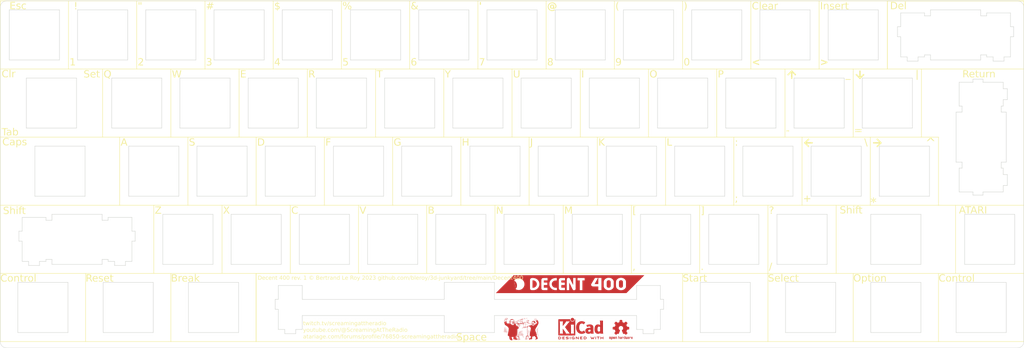
<source format=kicad_pcb>
(kicad_pcb (version 20221018) (generator pcbnew)
  (title_block (title "Decent400 Plate") (date "2023-11-21") (rev "1") (company "Decent Consulting"))
  (layers (0 "F.Cu" signal) (31 "B.Cu" signal) (34 "B.Paste" user) (35 "F.Paste" user) (36 "B.SilkS" user "B.Silkscreen") (37 "F.SilkS" user "F.Silkscreen") (38 "B.Mask" user) (39 "F.Mask" user) (44 "Edge.Cuts" user))
  (net 0 "")
  (footprint "Library:Arrow" (layer "F.Cu") (at 268.64975 63.5055)
    (fp_text reference "REF**" hide)
    (fp_text value "Arrow" hide)
  )
  (footprint "Library:MX-1-00U-Hole" (layer "F.Cu") (at 33.3375 33.3375)
    (fp_text reference "SWEsc1" hide)
    (fp_text value "Esc" hide)
    (fp_line (start -7 -7) (end -7 7) (stroke (width 0.12)) (layer "Edge.Cuts"))
    (fp_line (start -7 -7) (end 7 -7) (stroke (width 0.12)) (layer "Edge.Cuts"))
    (fp_line (start -7 7) (end 7 7) (stroke (width 0.12)) (layer "Edge.Cuts"))
    (fp_line (start 7 -7) (end 7 7) (stroke (width 0.12)) (layer "Edge.Cuts"))
  )
  (footprint "Library:MX-1-00U-Hole" (layer "F.Cu") (at 142.875 71.4375)
    (fp_text reference "SWG1" hide)
    (fp_text value "G" hide)
    (fp_line (start -7 -7) (end -7 7) (stroke (width 0.12)) (layer "Edge.Cuts"))
    (fp_line (start -7 -7) (end 7 -7) (stroke (width 0.12)) (layer "Edge.Cuts"))
    (fp_line (start -7 7) (end 7 7) (stroke (width 0.12)) (layer "Edge.Cuts"))
    (fp_line (start 7 -7) (end 7 7) (stroke (width 0.12)) (layer "Edge.Cuts"))
  )
  (footprint "Library:MX-1-00U-Hole" (layer "F.Cu") (at 228.6 90.4875)
    (fp_text reference "SWPeriod1" hide)
    (fp_text value "Period" hide)
    (fp_line (start -7 -7) (end -7 7) (stroke (width 0.12)) (layer "Edge.Cuts"))
    (fp_line (start -7 -7) (end 7 -7) (stroke (width 0.12)) (layer "Edge.Cuts"))
    (fp_line (start -7 7) (end 7 7) (stroke (width 0.12)) (layer "Edge.Cuts"))
    (fp_line (start 7 -7) (end 7 7) (stroke (width 0.12)) (layer "Edge.Cuts"))
  )
  (footprint "Library:MX-1-00U-Hole" (layer "F.Cu") (at 261.9375 33.3375)
    (fp_text reference "SWGT1" hide)
    (fp_text value "GreaterThan" hide)
    (fp_line (start -7 -7) (end -7 7) (stroke (width 0.12)) (layer "Edge.Cuts"))
    (fp_line (start -7 -7) (end 7 -7) (stroke (width 0.12)) (layer "Edge.Cuts"))
    (fp_line (start -7 7) (end 7 7) (stroke (width 0.12)) (layer "Edge.Cuts"))
    (fp_line (start 7 -7) (end 7 7) (stroke (width 0.12)) (layer "Edge.Cuts"))
  )
  (footprint "Symbol:OSHW-Logo2_7.3x6mm_Copper" (layer "F.Cu") (at 197.09 115.79)
    (fp_text reference "REF**" hide)
    (fp_text value "OSHW-Logo2_7.3x6mm_Copper" hide)
  )
  (footprint "Library:MX-1-00U-Hole" (layer "F.Cu") (at 119.0625 52.3875)
    (fp_text reference "SWR1" hide)
    (fp_text value "R" hide)
    (fp_line (start -7 -7) (end -7 7) (stroke (width 0.12)) (layer "Edge.Cuts"))
    (fp_line (start -7 -7) (end 7 -7) (stroke (width 0.12)) (layer "Edge.Cuts"))
    (fp_line (start -7 7) (end 7 7) (stroke (width 0.12)) (layer "Edge.Cuts"))
    (fp_line (start 7 -7) (end 7 7) (stroke (width 0.12)) (layer "Edge.Cuts"))
  )
  (footprint "Library:MX-1-00U-Hole" (layer "F.Cu") (at 200.025 71.4375)
    (fp_text reference "SWK1" hide)
    (fp_text value "K" hide)
    (fp_line (start -7 -7) (end -7 7) (stroke (width 0.12)) (layer "Edge.Cuts"))
    (fp_line (start -7 -7) (end 7 -7) (stroke (width 0.12)) (layer "Edge.Cuts"))
    (fp_line (start -7 7) (end 7 7) (stroke (width 0.12)) (layer "Edge.Cuts"))
    (fp_line (start 7 -7) (end 7 7) (stroke (width 0.12)) (layer "Edge.Cuts"))
  )
  (footprint "Library:MX-1-00U-Hole" (layer "F.Cu") (at 166.6875 33.3375)
    (fp_text reference "SW7" hide)
    (fp_text value "7" hide)
    (fp_line (start -7 -7) (end -7 7) (stroke (width 0.12)) (layer "Edge.Cuts"))
    (fp_line (start -7 -7) (end 7 -7) (stroke (width 0.12)) (layer "Edge.Cuts"))
    (fp_line (start -7 7) (end 7 7) (stroke (width 0.12)) (layer "Edge.Cuts"))
    (fp_line (start 7 -7) (end 7 7) (stroke (width 0.12)) (layer "Edge.Cuts"))
  )
  (footprint "Library:MX-1-00U-Hole" (layer "F.Cu") (at 95.25 90.4875)
    (fp_text reference "SWX1" hide)
    (fp_text value "X" hide)
    (fp_line (start -7 -7) (end -7 7) (stroke (width 0.12)) (layer "Edge.Cuts"))
    (fp_line (start -7 -7) (end 7 -7) (stroke (width 0.12)) (layer "Edge.Cuts"))
    (fp_line (start -7 7) (end 7 7) (stroke (width 0.12)) (layer "Edge.Cuts"))
    (fp_line (start 7 -7) (end 7 7) (stroke (width 0.12)) (layer "Edge.Cuts"))
  )
  (footprint "Library:MX-1-00U-Hole" (layer "F.Cu") (at 180.975 71.4375)
    (fp_text reference "SWJ1" hide)
    (fp_text value "J" hide)
    (fp_line (start -7 -7) (end -7 7) (stroke (width 0.12)) (layer "Edge.Cuts"))
    (fp_line (start -7 -7) (end 7 -7) (stroke (width 0.12)) (layer "Edge.Cuts"))
    (fp_line (start -7 7) (end 7 7) (stroke (width 0.12)) (layer "Edge.Cuts"))
    (fp_line (start 7 -7) (end 7 7) (stroke (width 0.12)) (layer "Edge.Cuts"))
  )
  (footprint "Library:MX-1-00U-Hole" (layer "F.Cu") (at 204.7875 33.3375)
    (fp_text reference "SW9" hide)
    (fp_text value "9" hide)
    (fp_line (start -7 -7) (end -7 7) (stroke (width 0.12)) (layer "Edge.Cuts"))
    (fp_line (start -7 -7) (end 7 -7) (stroke (width 0.12)) (layer "Edge.Cuts"))
    (fp_line (start -7 7) (end 7 7) (stroke (width 0.12)) (layer "Edge.Cuts"))
    (fp_line (start 7 -7) (end 7 7) (stroke (width 0.12)) (layer "Edge.Cuts"))
  )
  (footprint "Library:MX-1-00U-Hole" (layer "F.Cu") (at 157.1625 52.3875)
    (fp_text reference "SWY1" hide)
    (fp_text value "Y" hide)
    (fp_line (start -7 -7) (end -7 7) (stroke (width 0.12)) (layer "Edge.Cuts"))
    (fp_line (start -7 -7) (end 7 -7) (stroke (width 0.12)) (layer "Edge.Cuts"))
    (fp_line (start -7 7) (end 7 7) (stroke (width 0.12)) (layer "Edge.Cuts"))
    (fp_line (start 7 -7) (end 7 7) (stroke (width 0.12)) (layer "Edge.Cuts"))
  )
  (footprint "Library:MX-1-00U-Hole" (layer "F.Cu") (at 219.075 71.4375)
    (fp_text reference "SWL1" hide)
    (fp_text value "L" hide)
    (fp_line (start -7 -7) (end -7 7) (stroke (width 0.12)) (layer "Edge.Cuts"))
    (fp_line (start -7 -7) (end 7 -7) (stroke (width 0.12)) (layer "Edge.Cuts"))
    (fp_line (start -7 7) (end 7 7) (stroke (width 0.12)) (layer "Edge.Cuts"))
    (fp_line (start 7 -7) (end 7 7) (stroke (width 0.12)) (layer "Edge.Cuts"))
  )
  (footprint "Library:MX-1-00U-Hole" (layer "F.Cu") (at 209.55 90.4875)
    (fp_text reference "SWComma1" hide)
    (fp_text value "Comma" hide)
    (fp_line (start -7 -7) (end -7 7) (stroke (width 0.12)) (layer "Edge.Cuts"))
    (fp_line (start -7 -7) (end 7 -7) (stroke (width 0.12)) (layer "Edge.Cuts"))
    (fp_line (start -7 7) (end 7 7) (stroke (width 0.12)) (layer "Edge.Cuts"))
    (fp_line (start 7 -7) (end 7 7) (stroke (width 0.12)) (layer "Edge.Cuts"))
  )
  (footprint "Library:MX-1-00U-Hole" (layer "F.Cu") (at 114.3 90.4875)
    (fp_text reference "SWC1" hide)
    (fp_text value "C" hide)
    (fp_line (start -7 -7) (end -7 7) (stroke (width 0.12)) (layer "Edge.Cuts"))
    (fp_line (start -7 -7) (end 7 -7) (stroke (width 0.12)) (layer "Edge.Cuts"))
    (fp_line (start -7 7) (end 7 7) (stroke (width 0.12)) (layer "Edge.Cuts"))
    (fp_line (start 7 -7) (end 7 7) (stroke (width 0.12)) (layer "Edge.Cuts"))
  )
  (footprint "Library:MX-1-00U-Hole" (layer "F.Cu") (at 133.35 90.4875)
    (fp_text reference "SWV1" hide)
    (fp_text value "V" hide)
    (fp_line (start -7 -7) (end -7 7) (stroke (width 0.12)) (layer "Edge.Cuts"))
    (fp_line (start -7 -7) (end 7 -7) (stroke (width 0.12)) (layer "Edge.Cuts"))
    (fp_line (start -7 7) (end 7 7) (stroke (width 0.12)) (layer "Edge.Cuts"))
    (fp_line (start 7 -7) (end 7 7) (stroke (width 0.12)) (layer "Edge.Cuts"))
  )
  (footprint "Library:MX-1-25U-Hole" (layer "F.Cu") (at 59.53123 109.5375)
    (fp_text reference "SWReset1" hide)
    (fp_text value "Reset" hide)
    (fp_line (start -7 -7) (end -7 7) (stroke (width 0.12)) (layer "Edge.Cuts"))
    (fp_line (start -7 -7) (end 7 -7) (stroke (width 0.12)) (layer "Edge.Cuts"))
    (fp_line (start -7 7) (end 7 7) (stroke (width 0.12)) (layer "Edge.Cuts"))
    (fp_line (start 7 -7) (end 7 7) (stroke (width 0.12)) (layer "Edge.Cuts"))
  )
  (footprint "Library:MX-1-00U-Hole" (layer "F.Cu") (at 71.4375 33.3375)
    (fp_text reference "SW2" hide)
    (fp_text value "2" hide)
    (fp_line (start -7 -7) (end -7 7) (stroke (width 0.12)) (layer "Edge.Cuts"))
    (fp_line (start -7 -7) (end 7 -7) (stroke (width 0.12)) (layer "Edge.Cuts"))
    (fp_line (start -7 7) (end 7 7) (stroke (width 0.12)) (layer "Edge.Cuts"))
    (fp_line (start 7 -7) (end 7 7) (stroke (width 0.12)) (layer "Edge.Cuts"))
  )
  (footprint "Library:MX-1-00U-Hole" (layer "F.Cu") (at 66.675 71.4375)
    (fp_text reference "SWA1" hide)
    (fp_text value "A" hide)
    (fp_line (start -7 -7) (end -7 7) (stroke (width 0.12)) (layer "Edge.Cuts"))
    (fp_line (start -7 -7) (end 7 -7) (stroke (width 0.12)) (layer "Edge.Cuts"))
    (fp_line (start -7 7) (end 7 7) (stroke (width 0.12)) (layer "Edge.Cuts"))
    (fp_line (start 7 -7) (end 7 7) (stroke (width 0.12)) (layer "Edge.Cuts"))
  )
  (footprint "Library:Arrow" (layer "F.Cu") (at 249.47275 63.5055 180)
    (fp_text reference "REF**" hide)
    (fp_text value "Arrow" hide)
  )
  (footprint "Library:MX-1-00U-Hole" (layer "F.Cu") (at 195.2625 52.3875)
    (fp_text reference "SWI1" hide)
    (fp_text value "I" hide)
    (fp_line (start -7 -7) (end -7 7) (stroke (width 0.12)) (layer "Edge.Cuts"))
    (fp_line (start -7 -7) (end 7 -7) (stroke (width 0.12)) (layer "Edge.Cuts"))
    (fp_line (start -7 7) (end 7 7) (stroke (width 0.12)) (layer "Edge.Cuts"))
    (fp_line (start 7 -7) (end 7 7) (stroke (width 0.12)) (layer "Edge.Cuts"))
  )
  (footprint "Library:MX-1-00U-Hole" (layer "F.Cu") (at 223.8375 33.3375)
    (fp_text reference "SW0" hide)
    (fp_text value "0" hide)
    (fp_line (start -7 -7) (end -7 7) (stroke (width 0.12)) (layer "Edge.Cuts"))
    (fp_line (start -7 -7) (end 7 -7) (stroke (width 0.12)) (layer "Edge.Cuts"))
    (fp_line (start -7 7) (end 7 7) (stroke (width 0.12)) (layer "Edge.Cuts"))
    (fp_line (start 7 -7) (end 7 7) (stroke (width 0.12)) (layer "Edge.Cuts"))
  )
  (footprint "Library:MX-1-25U-Hole" (layer "F.Cu") (at 35.71875 109.5375)
    (fp_text reference "SWCtl1" hide)
    (fp_text value "Control" hide)
    (fp_line (start -7 -7) (end -7 7) (stroke (width 0.12)) (layer "Edge.Cuts"))
    (fp_line (start -7 -7) (end 7 -7) (stroke (width 0.12)) (layer "Edge.Cuts"))
    (fp_line (start -7 7) (end 7 7) (stroke (width 0.12)) (layer "Edge.Cuts"))
    (fp_line (start 7 -7) (end 7 7) (stroke (width 0.12)) (layer "Edge.Cuts"))
  )
  (footprint "Library:MX-2-00U-Hole" (layer "F.Cu") (at 290.5125 33.3375)
    (fp_text reference "SWDel1" hide)
    (fp_text value "Del")
    (fp_line (start -16.2164 -2.286) (end -16.2164 0.508) (stroke (width 0.12)) (layer "Edge.Cuts"))
    (fp_line (start -15.33 -6.1468) (end -15.33 -2.286) (stroke (width 0.12)) (layer "Edge.Cuts"))
    (fp_line (start -15.33 -2.286) (end -16.2164 -2.286) (stroke (width 0.12)) (layer "Edge.Cuts"))
    (fp_line (start -15.33 0.508) (end -16.2164 0.508) (stroke (width 0.12)) (layer "Edge.Cuts"))
    (fp_line (start -15.33 0.508) (end -15.33 6.1468) (stroke (width 0.12)) (layer "Edge.Cuts"))
    (fp_line (start -13.524 6.1468) (end -15.33 6.1468) (stroke (width 0.12)) (layer "Edge.Cuts"))
    (fp_line (start -13.524 6.1468) (end -13.524 7.3152) (stroke (width 0.12)) (layer "Edge.Cuts"))
    (fp_line (start -10.476 6.1468) (end -10.476 7.3152) (stroke (width 0.12)) (layer "Edge.Cuts"))
    (fp_line (start -10.476 7.3152) (end -13.524 7.3152) (stroke (width 0.12)) (layer "Edge.Cuts"))
    (fp_line (start -8.67 -6.1468) (end -15.33 -6.1468) (stroke (width 0.12)) (layer "Edge.Cuts"))
    (fp_line (start -8.67 -6.1468) (end -8.67 -5.334) (stroke (width 0.12)) (layer "Edge.Cuts"))
    (fp_line (start -8.67 -5.334) (end -7 -5.334) (stroke (width 0.12)) (layer "Edge.Cuts"))
    (fp_line (start -8.67 5.588) (end -7 5.588) (stroke (width 0.12)) (layer "Edge.Cuts"))
    (fp_line (start -8.67 6.1468) (end -10.476 6.1468) (stroke (width 0.12)) (layer "Edge.Cuts"))
    (fp_line (start -8.67 6.1468) (end -8.67 5.588) (stroke (width 0.12)) (layer "Edge.Cuts"))
    (fp_line (start -7 -7) (end -7 -5.334) (stroke (width 0.12)) (layer "Edge.Cuts"))
    (fp_line (start -7 -7) (end 7 -7) (stroke (width 0.12)) (layer "Edge.Cuts"))
    (fp_line (start -7 7) (end -7 5.588) (stroke (width 0.12)) (layer "Edge.Cuts"))
    (fp_line (start -7 7) (end 7 7) (stroke (width 0.12)) (layer "Edge.Cuts"))
    (fp_line (start 7 -7) (end 7 -5.334) (stroke (width 0.12)) (layer "Edge.Cuts"))
    (fp_line (start 7 7) (end 7 5.588) (stroke (width 0.12)) (layer "Edge.Cuts"))
    (fp_line (start 8.67 -6.1468) (end 8.67 -5.334) (stroke (width 0.12)) (layer "Edge.Cuts"))
    (fp_line (start 8.67 -6.1468) (end 15.33 -6.1468) (stroke (width 0.12)) (layer "Edge.Cuts"))
    (fp_line (start 8.67 -5.334) (end 7 -5.334) (stroke (width 0.12)) (layer "Edge.Cuts"))
    (fp_line (start 8.67 5.588) (end 7 5.588) (stroke (width 0.12)) (layer "Edge.Cuts"))
    (fp_line (start 8.67 6.1468) (end 8.67 5.588) (stroke (width 0.12)) (layer "Edge.Cuts"))
    (fp_line (start 8.67 6.1468) (end 10.476 6.1468) (stroke (width 0.12)) (layer "Edge.Cuts"))
    (fp_line (start 10.476 6.1468) (end 10.476 7.3152) (stroke (width 0.12)) (layer "Edge.Cuts"))
    (fp_line (start 10.476 7.3152) (end 13.524 7.3152) (stroke (width 0.12)) (layer "Edge.Cuts"))
    (fp_line (start 13.524 6.1468) (end 13.524 7.3152) (stroke (width 0.12)) (layer "Edge.Cuts"))
    (fp_line (start 13.524 6.1468) (end 15.33 6.1468) (stroke (width 0.12)) (layer "Edge.Cuts"))
    (fp_line (start 15.33 -6.1468) (end 15.33 -2.286) (stroke (width 0.12)) (layer "Edge.Cuts"))
    (fp_line (start 15.33 -2.286) (end 16.2164 -2.286) (stroke (width 0.12)) (layer "Edge.Cuts"))
    (fp_line (start 15.33 0.508) (end 15.33 6.1468) (stroke (width 0.12)) (layer "Edge.Cuts"))
    (fp_line (start 15.33 0.508) (end 16.2164 0.508) (stroke (width 0.12)) (layer "Edge.Cuts"))
    (fp_line (start 16.2164 -2.286) (end 16.2164 0.508) (stroke (width 0.12)) (layer "Edge.Cuts"))
  )
  (footprint "Library:MX-1-00U-Hole" (layer "F.Cu") (at 138.1125 52.3875)
    (fp_text reference "SWT1" hide)
    (fp_text value "T" hide)
    (fp_line (start -7 -7) (end -7 7) (stroke (width 0.12)) (layer "Edge.Cuts"))
    (fp_line (start -7 -7) (end 7 -7) (stroke (width 0.12)) (layer "Edge.Cuts"))
    (fp_line (start -7 7) (end 7 7) (stroke (width 0.12)) (layer "Edge.Cuts"))
    (fp_line (start 7 -7) (end 7 7) (stroke (width 0.12)) (layer "Edge.Cuts"))
  )
  (footprint "Library:MX-1-00U-Hole" (layer "F.Cu") (at 176.2125 52.3875)
    (fp_text reference "SWU1" hide)
    (fp_text value "U" hide)
    (fp_line (start -7 -7) (end -7 7) (stroke (width 0.12)) (layer "Edge.Cuts"))
    (fp_line (start -7 -7) (end 7 -7) (stroke (width 0.12)) (layer "Edge.Cuts"))
    (fp_line (start -7 7) (end 7 7) (stroke (width 0.12)) (layer "Edge.Cuts"))
    (fp_line (start 7 -7) (end 7 7) (stroke (width 0.12)) (layer "Edge.Cuts"))
  )
  (footprint "Library:MX-2-25U-Hole" (layer "F.Cu") (at 45.24375 90.4875)
    (fp_text reference "SWLeftSft1" hide)
    (fp_text value "Shift")
    (fp_line (start -16.2164 -2.286) (end -16.2164 0.508) (stroke (width 0.12)) (layer "Edge.Cuts"))
    (fp_line (start -15.33 -6.1468) (end -15.33 -2.286) (stroke (width 0.12)) (layer "Edge.Cuts"))
    (fp_line (start -15.33 -2.286) (end -16.2164 -2.286) (stroke (width 0.12)) (layer "Edge.Cuts"))
    (fp_line (start -15.33 0.508) (end -16.2164 0.508) (stroke (width 0.12)) (layer "Edge.Cuts"))
    (fp_line (start -15.33 0.508) (end -15.33 6.1468) (stroke (width 0.12)) (layer "Edge.Cuts"))
    (fp_line (start -13.524 6.1468) (end -15.33 6.1468) (stroke (width 0.12)) (layer "Edge.Cuts"))
    (fp_line (start -13.524 6.1468) (end -13.524 7.3152) (stroke (width 0.12)) (layer "Edge.Cuts"))
    (fp_line (start -10.476 6.1468) (end -10.476 7.3152) (stroke (width 0.12)) (layer "Edge.Cuts"))
    (fp_line (start -10.476 7.3152) (end -13.524 7.3152) (stroke (width 0.12)) (layer "Edge.Cuts"))
    (fp_line (start -8.67 -6.1468) (end -15.33 -6.1468) (stroke (width 0.12)) (layer "Edge.Cuts"))
    (fp_line (start -8.67 -6.1468) (end -8.67 -5.334) (stroke (width 0.12)) (layer "Edge.Cuts"))
    (fp_line (start -8.67 -5.334) (end -7 -5.334) (stroke (width 0.12)) (layer "Edge.Cuts"))
    (fp_line (start -8.67 5.588) (end -7 5.588) (stroke (width 0.12)) (layer "Edge.Cuts"))
    (fp_line (start -8.67 6.1468) (end -10.476 6.1468) (stroke (width 0.12)) (layer "Edge.Cuts"))
    (fp_line (start -8.67 6.1468) (end -8.67 5.588) (stroke (width 0.12)) (layer "Edge.Cuts"))
    (fp_line (start -7 -7) (end -7 -5.334) (stroke (width 0.12)) (layer "Edge.Cuts"))
    (fp_line (start -7 -7) (end 7 -7) (stroke (width 0.12)) (layer "Edge.Cuts"))
    (fp_line (start -7 7) (end -7 5.588) (stroke (width 0.12)) (layer "Edge.Cuts"))
    (fp_line (start -7 7) (end 7 7) (stroke (width 0.12)) (layer "Edge.Cuts"))
    (fp_line (start 7 -7) (end 7 -5.334) (stroke (width 0.12)) (layer "Edge.Cuts"))
    (fp_line (start 7 7) (end 7 5.588) (stroke (width 0.12)) (layer "Edge.Cuts"))
    (fp_line (start 8.67 -6.1468) (end 8.67 -5.334) (stroke (width 0.12)) (layer "Edge.Cuts"))
    (fp_line (start 8.67 -6.1468) (end 15.33 -6.1468) (stroke (width 0.12)) (layer "Edge.Cuts"))
    (fp_line (start 8.67 -5.334) (end 7 -5.334) (stroke (width 0.12)) (layer "Edge.Cuts"))
    (fp_line (start 8.67 5.588) (end 7 5.588) (stroke (width 0.12)) (layer "Edge.Cuts"))
    (fp_line (start 8.67 6.1468) (end 8.67 5.588) (stroke (width 0.12)) (layer "Edge.Cuts"))
    (fp_line (start 8.67 6.1468) (end 10.476 6.1468) (stroke (width 0.12)) (layer "Edge.Cuts"))
    (fp_line (start 10.476 6.1468) (end 10.476 7.3152) (stroke (width 0.12)) (layer "Edge.Cuts"))
    (fp_line (start 10.476 7.3152) (end 13.524 7.3152) (stroke (width 0.12)) (layer "Edge.Cuts"))
    (fp_line (start 13.524 6.1468) (end 13.524 7.3152) (stroke (width 0.12)) (layer "Edge.Cuts"))
    (fp_line (start 13.524 6.1468) (end 15.33 6.1468) (stroke (width 0.12)) (layer "Edge.Cuts"))
    (fp_line (start 15.33 -6.1468) (end 15.33 -2.286) (stroke (width 0.12)) (layer "Edge.Cuts"))
    (fp_line (start 15.33 -2.286) (end 16.2164 -2.286) (stroke (width 0.12)) (layer "Edge.Cuts"))
    (fp_line (start 15.33 0.508) (end 15.33 6.1468) (stroke (width 0.12)) (layer "Edge.Cuts"))
    (fp_line (start 15.33 0.508) (end 16.2164 0.508) (stroke (width 0.12)) (layer "Edge.Cuts"))
    (fp_line (start 16.2164 -2.286) (end 16.2164 0.508) (stroke (width 0.12)) (layer "Edge.Cuts"))
  )
  (footprint "Library:MX-1-00U-Hole" (layer "F.Cu") (at 100.0125 52.3875)
    (fp_text reference "SWE1" hide)
    (fp_text value "E" hide)
    (fp_line (start -7 -7) (end -7 7) (stroke (width 0.12)) (layer "Edge.Cuts"))
    (fp_line (start -7 -7) (end 7 -7) (stroke (width 0.12)) (layer "Edge.Cuts"))
    (fp_line (start -7 7) (end 7 7) (stroke (width 0.12)) (layer "Edge.Cuts"))
    (fp_line (start 7 -7) (end 7 7) (stroke (width 0.12)) (layer "Edge.Cuts"))
  )
  (footprint "Library:MX-1-00U-Hole" (layer "F.Cu") (at 128.5875 33.3375)
    (fp_text reference "SW5" hide)
    (fp_text value "5" hide)
    (fp_line (start -7 -7) (end -7 7) (stroke (width 0.12)) (layer "Edge.Cuts"))
    (fp_line (start -7 -7) (end 7 -7) (stroke (width 0.12)) (layer "Edge.Cuts"))
    (fp_line (start -7 7) (end 7 7) (stroke (width 0.12)) (layer "Edge.Cuts"))
    (fp_line (start 7 -7) (end 7 7) (stroke (width 0.12)) (layer "Edge.Cuts"))
  )
  (footprint "Library:MX-1-00U-Hole" (layer "F.Cu") (at 276.225 71.4375)
    (fp_text reference "SWStar1" hide)
    (fp_text value "Star" hide)
    (fp_line (start -7 -7) (end -7 7) (stroke (width 0.12)) (layer "Edge.Cuts"))
    (fp_line (start -7 -7) (end 7 -7) (stroke (width 0.12)) (layer "Edge.Cuts"))
    (fp_line (start -7 7) (end 7 7) (stroke (width 0.12)) (layer "Edge.Cuts"))
    (fp_line (start 7 -7) (end 7 7) (stroke (width 0.12)) (layer "Edge.Cuts"))
  )
  (footprint "Library:MX-1-00U-Hole" (layer "F.Cu") (at 190.5 90.4875)
    (fp_text reference "SWM1" hide)
    (fp_text value "M" hide)
    (fp_line (start -7 -7) (end -7 7) (stroke (width 0.12)) (layer "Edge.Cuts"))
    (fp_line (start -7 -7) (end 7 -7) (stroke (width 0.12)) (layer "Edge.Cuts"))
    (fp_line (start -7 7) (end 7 7) (stroke (width 0.12)) (layer "Edge.Cuts"))
    (fp_line (start 7 -7) (end 7 7) (stroke (width 0.12)) (layer "Edge.Cuts"))
  )
  (footprint "Library:MX-1-00U-Hole" (layer "F.Cu") (at 123.825 71.4375)
    (fp_text reference "SWF1" hide)
    (fp_text value "F" hide)
    (fp_line (start -7 -7) (end -7 7) (stroke (width 0.12)) (layer "Edge.Cuts"))
    (fp_line (start -7 -7) (end 7 -7) (stroke (width 0.12)) (layer "Edge.Cuts"))
    (fp_line (start -7 7) (end 7 7) (stroke (width 0.12)) (layer "Edge.Cuts"))
    (fp_line (start 7 -7) (end 7 7) (stroke (width 0.12)) (layer "Edge.Cuts"))
  )
  (footprint "Library:Arrow" (layer "F.Cu") (at 263.82375 44.4555 -90)
    (fp_text reference "REF**" hide)
    (fp_text value "Arrow" hide)
  )
  (footprint "Library:MX-1-25U-Hole" (layer "F.Cu") (at 83.34377 109.5375)
    (fp_text reference "SWBrk1" hide)
    (fp_text value "Break" hide)
    (fp_line (start -7 -7) (end -7 7) (stroke (width 0.12)) (layer "Edge.Cuts"))
    (fp_line (start -7 -7) (end 7 -7) (stroke (width 0.12)) (layer "Edge.Cuts"))
    (fp_line (start -7 7) (end 7 7) (stroke (width 0.12)) (layer "Edge.Cuts"))
    (fp_line (start 7 -7) (end 7 7) (stroke (width 0.12)) (layer "Edge.Cuts"))
  )
  (footprint "Library:MX-1-00U-Hole" (layer "F.Cu") (at 90.4875 33.3375)
    (fp_text reference "SW3" hide)
    (fp_text value "3" hide)
    (fp_line (start -7 -7) (end -7 7) (stroke (width 0.12)) (layer "Edge.Cuts"))
    (fp_line (start -7 -7) (end 7 -7) (stroke (width 0.12)) (layer "Edge.Cuts"))
    (fp_line (start -7 7) (end 7 7) (stroke (width 0.12)) (layer "Edge.Cuts"))
    (fp_line (start 7 -7) (end 7 7) (stroke (width 0.12)) (layer "Edge.Cuts"))
  )
  (footprint "Symbol:KiCad-Logo2_5mm_Copper" (layer "F.Cu") (at 185.89 115.42)
    (fp_text reference "REF**" hide)
    (fp_text value "KiCad-Logo2_5mm_Copper" hide)
  )
  (footprint "Library:MX-1-50U-Hole" (layer "F.Cu") (at 38.1 52.3875)
    (fp_text reference "SWTab1" hide)
    (fp_text value "Tab")
    (fp_line (start -7 -7) (end -7 7) (stroke (width 0.12)) (layer "Edge.Cuts"))
    (fp_line (start -7 -7) (end 7 -7) (stroke (width 0.12)) (layer "Edge.Cuts"))
    (fp_line (start -7 7) (end 7 7) (stroke (width 0.12)) (layer "Edge.Cuts"))
    (fp_line (start 7 -7) (end 7 7) (stroke (width 0.12)) (layer "Edge.Cuts"))
  )
  (footprint "Library:MX-1-00U-Hole" (layer "F.Cu") (at 257.175 71.4375)
    (fp_text reference "SWPlus1" hide)
    (fp_text value "Plus" hide)
    (fp_line (start -7 -7) (end -7 7) (stroke (width 0.12)) (layer "Edge.Cuts"))
    (fp_line (start -7 -7) (end 7 -7) (stroke (width 0.12)) (layer "Edge.Cuts"))
    (fp_line (start -7 7) (end 7 7) (stroke (width 0.12)) (layer "Edge.Cuts"))
    (fp_line (start 7 -7) (end 7 7) (stroke (width 0.12)) (layer "Edge.Cuts"))
  )
  (footprint "LOGO" (layer "F.Cu") (at 169.24 114.97)
    (fp_text reference "G***" hide)
    (fp_text value "LOGOGO" hide)
  )
  (footprint "Library:MX-1-00U-Hole" (layer "F.Cu") (at 242.8875 33.3375)
    (fp_text reference "SWLT1" hide)
    (fp_text value "LessThan" hide)
    (fp_line (start -7 -7) (end -7 7) (stroke (width 0.12)) (layer "Edge.Cuts"))
    (fp_line (start -7 -7) (end 7 -7) (stroke (width 0.12)) (layer "Edge.Cuts"))
    (fp_line (start -7 7) (end 7 7) (stroke (width 0.12)) (layer "Edge.Cuts"))
    (fp_line (start 7 -7) (end 7 7) (stroke (width 0.12)) (layer "Edge.Cuts"))
  )
  (footprint "Library:MX-1-00U-Hole" (layer "F.Cu") (at 185.7375 33.3375)
    (fp_text reference "SW8" hide)
    (fp_text value "8" hide)
    (fp_line (start -7 -7) (end -7 7) (stroke (width 0.12)) (layer "Edge.Cuts"))
    (fp_line (start -7 -7) (end 7 -7) (stroke (width 0.12)) (layer "Edge.Cuts"))
    (fp_line (start -7 7) (end 7 7) (stroke (width 0.12)) (layer "Edge.Cuts"))
    (fp_line (start 7 -7) (end 7 7) (stroke (width 0.12)) (layer "Edge.Cuts"))
  )
  (footprint "Library:MX-1-00U-Hole" (layer "F.Cu") (at 238.125 71.4375)
    (fp_text reference "SWSemi1" hide)
    (fp_text value "Semicolon" hide)
    (fp_line (start -7 -7) (end -7 7) (stroke (width 0.12)) (layer "Edge.Cuts"))
    (fp_line (start -7 -7) (end 7 -7) (stroke (width 0.12)) (layer "Edge.Cuts"))
    (fp_line (start -7 7) (end 7 7) (stroke (width 0.12)) (layer "Edge.Cuts"))
    (fp_line (start 7 -7) (end 7 7) (stroke (width 0.12)) (layer "Edge.Cuts"))
  )
  (footprint "Library:MX-1-00U-Hole" (layer "F.Cu") (at 300.0375 90.4875)
    (fp_text reference "SWInv1" hide)
    (fp_text value "Atari" hide)
    (fp_line (start -7 -7) (end -7 7) (stroke (width 0.12)) (layer "Edge.Cuts"))
    (fp_line (start -7 -7) (end 7 -7) (stroke (width 0.12)) (layer "Edge.Cuts"))
    (fp_line (start -7 7) (end 7 7) (stroke (width 0.12)) (layer "Edge.Cuts"))
    (fp_line (start 7 -7) (end 7 7) (stroke (width 0.12)) (layer "Edge.Cuts"))
  )
  (footprint "Library:MX-1-25U-Hole" (layer "F.Cu") (at 297.65625 109.5375)
    (fp_text reference "SWCtl2" hide)
    (fp_text value "Control" hide)
    (fp_line (start -7 -7) (end -7 7) (stroke (width 0.12)) (layer "Edge.Cuts"))
    (fp_line (start -7 -7) (end 7 -7) (stroke (width 0.12)) (layer "Edge.Cuts"))
    (fp_line (start -7 7) (end 7 7) (stroke (width 0.12)) (layer "Edge.Cuts"))
    (fp_line (start 7 -7) (end 7 7) (stroke (width 0.12)) (layer "Edge.Cuts"))
  )
  (footprint "Library:MX-1-25U-Hole" (layer "F.Cu") (at 226.21875 109.5375)
    (fp_text reference "SWStart1" hide)
    (fp_text value "Start" hide)
    (fp_line (start -7 -7) (end -7 7) (stroke (width 0.12)) (layer "Edge.Cuts"))
    (fp_line (start -7 -7) (end 7 -7) (stroke (width 0.12)) (layer "Edge.Cuts"))
    (fp_line (start -7 7) (end 7 7) (stroke (width 0.12)) (layer "Edge.Cuts"))
    (fp_line (start 7 -7) (end 7 7) (stroke (width 0.12)) (layer "Edge.Cuts"))
  )
  (footprint "Library:MX-1-00U-Hole" (layer "F.Cu") (at 80.9625 52.3875)
    (fp_text reference "SWW1" hide)
    (fp_text value "W" hide)
    (fp_line (start -7 -7) (end -7 7) (stroke (width 0.12)) (layer "Edge.Cuts"))
    (fp_line (start -7 -7) (end 7 -7) (stroke (width 0.12)) (layer "Edge.Cuts"))
    (fp_line (start -7 7) (end 7 7) (stroke (width 0.12)) (layer "Edge.Cuts"))
    (fp_line (start 7 -7) (end 7 7) (stroke (width 0.12)) (layer "Edge.Cuts"))
  )
  (footprint "Library:MX-1-25U-Hole" (layer "F.Cu") (at 250.03125 109.5375)
    (fp_text reference "SWSelect1" hide)
    (fp_text value "Select" hide)
    (fp_line (start -7 -7) (end -7 7) (stroke (width 0.12)) (layer "Edge.Cuts"))
    (fp_line (start -7 -7) (end 7 -7) (stroke (width 0.12)) (layer "Edge.Cuts"))
    (fp_line (start -7 7) (end 7 7) (stroke (width 0.12)) (layer "Edge.Cuts"))
    (fp_line (start 7 -7) (end 7 7) (stroke (width 0.12)) (layer "Edge.Cuts"))
  )
  (footprint "Library:MX-1-00U-Hole" (layer "F.Cu") (at 171.45 90.4875)
    (fp_text reference "SWN1" hide)
    (fp_text value "N" hide)
    (fp_line (start -7 -7) (end -7 7) (stroke (width 0.12)) (layer "Edge.Cuts"))
    (fp_line (start -7 -7) (end 7 -7) (stroke (width 0.12)) (layer "Edge.Cuts"))
    (fp_line (start -7 7) (end 7 7) (stroke (width 0.12)) (layer "Edge.Cuts"))
    (fp_line (start 7 -7) (end 7 7) (stroke (width 0.12)) (layer "Edge.Cuts"))
  )
  (footprint "Library:MX-1-00U-Hole" (layer "F.Cu") (at 52.3875 33.3375)
    (fp_text reference "SW1" hide)
    (fp_text value "1" hide)
    (fp_line (start -7 -7) (end -7 7) (stroke (width 0.12)) (layer "Edge.Cuts"))
    (fp_line (start -7 -7) (end 7 -7) (stroke (width 0.12)) (layer "Edge.Cuts"))
    (fp_line (start -7 7) (end 7 7) (stroke (width 0.12)) (layer "Edge.Cuts"))
    (fp_line (start 7 -7) (end 7 7) (stroke (width 0.12)) (layer "Edge.Cuts"))
  )
  (footprint "Library:Arrow" (layer "F.Cu") (at 244.77375 44.4555 90)
    (fp_text reference "REF**" hide)
    (fp_text value "Arrow" hide)
  )
  (footprint "Library:MX-1-75U-Hole" (layer "F.Cu") (at 40.48125 71.4375)
    (fp_text reference "SWCps1" hide)
    (fp_text value "Caps")
    (fp_line (start -7 -7) (end -7 7) (stroke (width 0.12)) (layer "Edge.Cuts"))
    (fp_line (start -7 -7) (end 7 -7) (stroke (width 0.12)) (layer "Edge.Cuts"))
    (fp_line (start -7 7) (end 7 7) (stroke (width 0.12)) (layer "Edge.Cuts"))
    (fp_line (start 7 -7) (end 7 7) (stroke (width 0.12)) (layer "Edge.Cuts"))
  )
  (footprint "Library:MX-1-00U-Hole" (layer "F.Cu") (at 61.9125 52.3875)
    (fp_text reference "SWQ1" hide)
    (fp_text value "Q" hide)
    (fp_line (start -7 -7) (end -7 7) (stroke (width 0.12)) (layer "Edge.Cuts"))
    (fp_line (start -7 -7) (end 7 -7) (stroke (width 0.12)) (layer "Edge.Cuts"))
    (fp_line (start -7 7) (end 7 7) (stroke (width 0.12)) (layer "Edge.Cuts"))
    (fp_line (start 7 -7) (end 7 7) (stroke (width 0.12)) (layer "Edge.Cuts"))
  )
  (footprint "Library:MX-1-00U-Hole" (layer "F.Cu") (at 147.6375 33.3375)
    (fp_text reference "SW6" hide)
    (fp_text value "6" hide)
    (fp_line (start -7 -7) (end -7 7) (stroke (width 0.12)) (layer "Edge.Cuts"))
    (fp_line (start -7 -7) (end 7 -7) (stroke (width 0.12)) (layer "Edge.Cuts"))
    (fp_line (start -7 7) (end 7 7) (stroke (width 0.12)) (layer "Edge.Cuts"))
    (fp_line (start 7 -7) (end 7 7) (stroke (width 0.12)) (layer "Edge.Cuts"))
  )
  (footprint "Library:MX-1-00U-Hole" (layer "F.Cu") (at 104.775 71.4375)
    (fp_text reference "SWD1" hide)
    (fp_text value "D" hide)
    (fp_line (start -7 -7) (end -7 7) (stroke (width 0.12)) (layer "Edge.Cuts"))
    (fp_line (start -7 -7) (end 7 -7) (stroke (width 0.12)) (layer "Edge.Cuts"))
    (fp_line (start -7 7) (end 7 7) (stroke (width 0.12)) (layer "Edge.Cuts"))
    (fp_line (start 7 -7) (end 7 7) (stroke (width 0.12)) (layer "Edge.Cuts"))
  )
  (footprint "Library:MX-6-25U-Hole" (layer "F.Cu") (at 154.775 109.5375)
    (fp_text reference "SWSpc1" hide)
    (fp_text value "Space")
    (fp_line (start -54.2164 -2.286) (end -54.2164 0.508) (stroke (width 0.12)) (layer "Edge.Cuts"))
    (fp_line (start -53.33 -6.1468) (end -53.33 -2.286) (stroke (width 0.12)) (layer "Edge.Cuts"))
    (fp_line (start -53.33 -2.286) (end -54.2164 -2.286) (stroke (width 0.12)) (layer "Edge.Cuts"))
    (fp_line (start -53.33 0.508) (end -54.2164 0.508) (stroke (width 0.12)) (layer "Edge.Cuts"))
    (fp_line (start -53.33 0.508) (end -53.33 6.1468) (stroke (width 0.12)) (layer "Edge.Cuts"))
    (fp_line (start -51.524 6.1468) (end -53.33 6.1468) (stroke (width 0.12)) (layer "Edge.Cuts"))
    (fp_line (start -51.524 6.1468) (end -51.524 7.3152) (stroke (width 0.12)) (layer "Edge.Cuts"))
    (fp_line (start -48.476 6.1468) (end -48.476 7.3152) (stroke (width 0.12)) (layer "Edge.Cuts"))
    (fp_line (start -48.476 7.3152) (end -51.524 7.3152) (stroke (width 0.12)) (layer "Edge.Cuts"))
    (fp_line (start -46.67 -6.1468) (end -53.33 -6.1468) (stroke (width 0.12)) (layer "Edge.Cuts"))
    (fp_line (start -46.67 -6.1468) (end -46.67 -2.25) (stroke (width 0.12)) (layer "Edge.Cuts"))
    (fp_line (start -46.67 -2.25) (end -7 -2.25) (stroke (width 0.12)) (layer "Edge.Cuts"))
    (fp_line (start -46.67 2.25) (end -7 2.25) (stroke (width 0.12)) (layer "Edge.Cuts"))
    (fp_line (start -46.67 6.1468) (end -48.476 6.1468) (stroke (width 0.12)) (layer "Edge.Cuts"))
    (fp_line (start -46.67 6.1468) (end -46.67 2.25) (stroke (width 0.12)) (layer "Edge.Cuts"))
    (fp_line (start -7 -7) (end -7 -2.25) (stroke (width 0.12)) (layer "Edge.Cuts"))
    (fp_line (start -7 -7) (end 7 -7) (stroke (width 0.12)) (layer "Edge.Cuts"))
    (fp_line (start -7 7) (end -7 2.25) (stroke (width 0.12)) (layer "Edge.Cuts"))
    (fp_line (start -7 7) (end 7 7) (stroke (width 0.12)) (layer "Edge.Cuts"))
    (fp_line (start 7 -7) (end 7 -2.25) (stroke (width 0.12)) (layer "Edge.Cuts"))
    (fp_line (start 7 7) (end 7 2.25) (stroke (width 0.12)) (layer "Edge.Cuts"))
    (fp_line (start 46.67 -6.1468) (end 46.67 -2.25) (stroke (width 0.12)) (layer "Edge.Cuts"))
    (fp_line (start 46.67 -6.1468) (end 53.33 -6.1468) (stroke (width 0.12)) (layer "Edge.Cuts"))
    (fp_line (start 46.67 -2.25) (end 7 -2.25) (stroke (width 0.12)) (layer "Edge.Cuts"))
    (fp_line (start 46.67 2.25) (end 7 2.25) (stroke (width 0.12)) (layer "Edge.Cuts"))
    (fp_line (start 46.67 6.1468) (end 46.67 2.25) (stroke (width 0.12)) (layer "Edge.Cuts"))
    (fp_line (start 46.67 6.1468) (end 48.476 6.1468) (stroke (width 0.12)) (layer "Edge.Cuts"))
    (fp_line (start 48.476 6.1468) (end 48.476 7.3152) (stroke (width 0.12)) (layer "Edge.Cuts"))
    (fp_line (start 48.476 7.3152) (end 51.524 7.3152) (stroke (width 0.12)) (layer "Edge.Cuts"))
    (fp_line (start 51.524 6.1468) (end 51.524 7.3152) (stroke (width 0.12)) (layer "Edge.Cuts"))
    (fp_line (start 51.524 6.1468) (end 53.33 6.1468) (stroke (width 0.12)) (layer "Edge.Cuts"))
    (fp_line (start 53.33 -6.1468) (end 53.33 -2.286) (stroke (width 0.12)) (layer "Edge.Cuts"))
    (fp_line (start 53.33 -2.286) (end 54.2164 -2.286) (stroke (width 0.12)) (layer "Edge.Cuts"))
    (fp_line (start 53.33 0.508) (end 53.33 6.1468) (stroke (width 0.12)) (layer "Edge.Cuts"))
    (fp_line (start 53.33 0.508) (end 54.2164 0.508) (stroke (width 0.12)) (layer "Edge.Cuts"))
    (fp_line (start 54.2164 -2.286) (end 54.2164 0.508) (stroke (width 0.12)) (layer "Edge.Cuts"))
  )
  (footprint "Library:MX-1-00U-Hole" (layer "F.Cu") (at 85.725 71.4375)
    (fp_text reference "SWS1" hide)
    (fp_text value "S" hide)
    (fp_line (start -7 -7) (end -7 7) (stroke (width 0.12)) (layer "Edge.Cuts"))
    (fp_line (start -7 -7) (end 7 -7) (stroke (width 0.12)) (layer "Edge.Cuts"))
    (fp_line (start -7 7) (end 7 7) (stroke (width 0.12)) (layer "Edge.Cuts"))
    (fp_line (start 7 -7) (end 7 7) (stroke (width 0.12)) (layer "Edge.Cuts"))
  )
  (footprint "Library:MX-1-25U-Hole" (layer "F.Cu") (at 273.84375 109.5375)
    (fp_text reference "SWOption1" hide)
    (fp_text value "Option" hide)
    (fp_line (start -7 -7) (end -7 7) (stroke (width 0.12)) (layer "Edge.Cuts"))
    (fp_line (start -7 -7) (end 7 -7) (stroke (width 0.12)) (layer "Edge.Cuts"))
    (fp_line (start -7 7) (end 7 7) (stroke (width 0.12)) (layer "Edge.Cuts"))
    (fp_line (start 7 -7) (end 7 7) (stroke (width 0.12)) (layer "Edge.Cuts"))
  )
  (footprint "Library:MX-1-00U-Hole" (layer "F.Cu") (at 152.4 90.4875)
    (fp_text reference "SWB1" hide)
    (fp_text value "B" hide)
    (fp_line (start -7 -7) (end -7 7) (stroke (width 0.12)) (layer "Edge.Cuts"))
    (fp_line (start -7 -7) (end 7 -7) (stroke (width 0.12)) (layer "Edge.Cuts"))
    (fp_line (start -7 7) (end 7 7) (stroke (width 0.12)) (layer "Edge.Cuts"))
    (fp_line (start 7 -7) (end 7 7) (stroke (width 0.12)) (layer "Edge.Cuts"))
  )
  (footprint "Library:MX-1-00U-Hole" (layer "F.Cu") (at 271.4625 52.3875)
    (fp_text reference "SWEqual1" hide)
    (fp_text value "Equal" hide)
    (fp_line (start -7 -7) (end -7 7) (stroke (width 0.12)) (layer "Edge.Cuts"))
    (fp_line (start -7 -7) (end 7 -7) (stroke (width 0.12)) (layer "Edge.Cuts"))
    (fp_line (start -7 7) (end 7 7) (stroke (width 0.12)) (layer "Edge.Cuts"))
    (fp_line (start 7 -7) (end 7 7) (stroke (width 0.12)) (layer "Edge.Cuts"))
  )
  (footprint "Library:MX-1-00U-Hole" (layer "F.Cu") (at 247.65 90.4875)
    (fp_text reference "SWSlash1" hide)
    (fp_text value "Slash" hide)
    (fp_line (start -7 -7) (end -7 7) (stroke (width 0.12)) (layer "Edge.Cuts"))
    (fp_line (start -7 -7) (end 7 -7) (stroke (width 0.12)) (layer "Edge.Cuts"))
    (fp_line (start -7 7) (end 7 7) (stroke (width 0.12)) (layer "Edge.Cuts"))
    (fp_line (start 7 -7) (end 7 7) (stroke (width 0.12)) (layer "Edge.Cuts"))
  )
  (footprint "Library:MX-ISO-RETURN-Hole" (layer "F.Cu") (at 297.65575 61.9125)
    (fp_text reference "SWRet1" hide)
    (fp_text value "Return")
    (fp_line (start -7 -7) (end -5.334 -7) (stroke (width 0.12)) (layer "Edge.Cuts"))
    (fp_line (start -7 7) (end -7 -7) (stroke (width 0.12)) (layer "Edge.Cuts"))
    (fp_line (start -7 7) (end -5.334 7) (stroke (width 0.12)) (layer "Edge.Cuts"))
    (fp_line (start -6.1468 -15.33) (end -2.286 -15.33) (stroke (width 0.12)) (layer "Edge.Cuts"))
    (fp_line (start -6.1468 -8.67) (end -6.1468 -15.33) (stroke (width 0.12)) (layer "Edge.Cuts"))
    (fp_line (start -6.1468 -8.67) (end -5.334 -8.67) (stroke (width 0.12)) (layer "Edge.Cuts"))
    (fp_line (start -6.1468 8.67) (end -6.1468 15.33) (stroke (width 0.12)) (layer "Edge.Cuts"))
    (fp_line (start -6.1468 8.67) (end -5.334 8.67) (stroke (width 0.12)) (layer "Edge.Cuts"))
    (fp_line (start -6.1468 15.33) (end -2.286 15.33) (stroke (width 0.12)) (layer "Edge.Cuts"))
    (fp_line (start -5.334 -8.67) (end -5.334 -7) (stroke (width 0.12)) (layer "Edge.Cuts"))
    (fp_line (start -5.334 8.67) (end -5.334 7) (stroke (width 0.12)) (layer "Edge.Cuts"))
    (fp_line (start -2.286 -16.2164) (end 0.508 -16.2164) (stroke (width 0.12)) (layer "Edge.Cuts"))
    (fp_line (start -2.286 -15.33) (end -2.286 -16.2164) (stroke (width 0.12)) (layer "Edge.Cuts"))
    (fp_line (start -2.286 15.33) (end -2.286 16.2164) (stroke (width 0.12)) (layer "Edge.Cuts"))
    (fp_line (start -2.286 16.2164) (end 0.508 16.2164) (stroke (width 0.12)) (layer "Edge.Cuts"))
    (fp_line (start 0.508 -15.33) (end 0.508 -16.2164) (stroke (width 0.12)) (layer "Edge.Cuts"))
    (fp_line (start 0.508 -15.33) (end 6.1468 -15.33) (stroke (width 0.12)) (layer "Edge.Cuts"))
    (fp_line (start 0.508 15.33) (end 0.508 16.2164) (stroke (width 0.12)) (layer "Edge.Cuts"))
    (fp_line (start 0.508 15.33) (end 6.1468 15.33) (stroke (width 0.12)) (layer "Edge.Cuts"))
    (fp_line (start 5.588 -8.67) (end 5.588 -7) (stroke (width 0.12)) (layer "Edge.Cuts"))
    (fp_line (start 5.588 8.67) (end 5.588 7) (stroke (width 0.12)) (layer "Edge.Cuts"))
    (fp_line (start 6.1468 -13.524) (end 6.1468 -15.33) (stroke (width 0.12)) (layer "Edge.Cuts"))
    (fp_line (start 6.1468 -13.524) (end 7.3152 -13.524) (stroke (width 0.12)) (layer "Edge.Cuts"))
    (fp_line (start 6.1468 -10.476) (end 7.3152 -10.476) (stroke (width 0.12)) (layer "Edge.Cuts"))
    (fp_line (start 6.1468 -8.67) (end 5.588 -8.67) (stroke (width 0.12)) (layer "Edge.Cuts"))
    (fp_line (start 6.1468 -8.67) (end 6.1468 -10.476) (stroke (width 0.12)) (layer "Edge.Cuts"))
    (fp_line (start 6.1468 8.67) (end 5.588 8.67) (stroke (width 0.12)) (layer "Edge.Cuts"))
    (fp_line (start 6.1468 8.67) (end 6.1468 10.476) (stroke (width 0.12)) (layer "Edge.Cuts"))
    (fp_line (start 6.1468 10.476) (end 7.3152 10.476) (stroke (width 0.12)) (layer "Edge.Cuts"))
    (fp_line (start 6.1468 13.524) (end 6.1468 15.33) (stroke (width 0.12)) (layer "Edge.Cuts"))
    (fp_line (start 6.1468 13.524) (end 7.3152 13.524) (stroke (width 0.12)) (layer "Edge.Cuts"))
    (fp_line (start 7 -7) (end 5.588 -7) (stroke (width 0.12)) (layer "Edge.Cuts"))
    (fp_line (start 7 7) (end 5.588 7) (stroke (width 0.12)) (layer "Edge.Cuts"))
    (fp_line (start 7 7) (end 7 -7) (stroke (width 0.12)) (layer "Edge.Cuts"))
    (fp_line (start 7.3152 -10.476) (end 7.3152 -13.524) (stroke (width 0.12)) (layer "Edge.Cuts"))
    (fp_line (start 7.3152 10.476) (end 7.3152 13.524) (stroke (width 0.12)) (layer "Edge.Cuts"))
  )
  (footprint "Library:MX-1-00U-Hole" (layer "F.Cu") (at 252.4125 52.3875)
    (fp_text reference "SWDash1" hide)
    (fp_text value "Dash" hide)
    (fp_line (start -7 -7) (end -7 7) (stroke (width 0.12)) (layer "Edge.Cuts"))
    (fp_line (start -7 -7) (end 7 -7) (stroke (width 0.12)) (layer "Edge.Cuts"))
    (fp_line (start -7 7) (end 7 7) (stroke (width 0.12)) (layer "Edge.Cuts"))
    (fp_line (start 7 -7) (end 7 7) (stroke (width 0.12)) (layer "Edge.Cuts"))
  )
  (footprint "LOGO" (layer "F.Cu") (at 182.89 103.01)
    (fp_text reference "G***" hide)
    (fp_text value "LOGO" hide)
  )
  (footprint "Library:MX-1-00U-Hole" (layer "F.Cu") (at 161.925 71.4375)
    (fp_text reference "SWH1" hide)
    (fp_text value "H" hide)
    (fp_line (start -7 -7) (end -7 7) (stroke (width 0.12)) (layer "Edge.Cuts"))
    (fp_line (start -7 -7) (end 7 -7) (stroke (width 0.12)) (layer "Edge.Cuts"))
    (fp_line (start -7 7) (end 7 7) (stroke (width 0.12)) (layer "Edge.Cuts"))
    (fp_line (start 7 -7) (end 7 7) (stroke (width 0.12)) (layer "Edge.Cuts"))
  )
  (footprint "Library:MX-1-00U-Hole" (layer "F.Cu") (at 214.3125 52.3875)
    (fp_text reference "SWO1" hide)
    (fp_text value "O" hide)
    (fp_line (start -7 -7) (end -7 7) (stroke (width 0.12)) (layer "Edge.Cuts"))
    (fp_line (start -7 -7) (end 7 -7) (stroke (width 0.12)) (layer "Edge.Cuts"))
    (fp_line (start -7 7) (end 7 7) (stroke (width 0.12)) (layer "Edge.Cuts"))
    (fp_line (start 7 -7) (end 7 7) (stroke (width 0.12)) (layer "Edge.Cuts"))
  )
  (footprint "Library:MX-1-00U-Hole" (layer "F.Cu") (at 109.5375 33.3375)
    (fp_text reference "SW4" hide)
    (fp_text value "4" hide)
    (fp_line (start -7 -7) (end -7 7) (stroke (width 0.12)) (layer "Edge.Cuts"))
    (fp_line (start -7 -7) (end 7 -7) (stroke (width 0.12)) (layer "Edge.Cuts"))
    (fp_line (start -7 7) (end 7 7) (stroke (width 0.12)) (layer "Edge.Cuts"))
    (fp_line (start 7 -7) (end 7 7) (stroke (width 0.12)) (layer "Edge.Cuts"))
  )
  (footprint "Library:MX-1-00U-Hole" (layer "F.Cu") (at 76.2 90.4875)
    (fp_text reference "SWZ1" hide)
    (fp_text value "Z" hide)
    (fp_line (start -7 -7) (end -7 7) (stroke (width 0.12)) (layer "Edge.Cuts"))
    (fp_line (start -7 -7) (end 7 -7) (stroke (width 0.12)) (layer "Edge.Cuts"))
    (fp_line (start -7 7) (end 7 7) (stroke (width 0.12)) (layer "Edge.Cuts"))
    (fp_line (start 7 -7) (end 7 7) (stroke (width 0.12)) (layer "Edge.Cuts"))
  )
  (footprint "Library:MX-1-00U-Hole" (layer "F.Cu") (at 233.3625 52.3875)
    (fp_text reference "SWP1" hide)
    (fp_text value "P" hide)
    (fp_line (start -7 -7) (end -7 7) (stroke (width 0.12)) (layer "Edge.Cuts"))
    (fp_line (start -7 -7) (end 7 -7) (stroke (width 0.12)) (layer "Edge.Cuts"))
    (fp_line (start -7 7) (end 7 7) (stroke (width 0.12)) (layer "Edge.Cuts"))
    (fp_line (start 7 -7) (end 7 7) (stroke (width 0.12)) (layer "Edge.Cuts"))
  )
  (footprint "Library:MX-1-75U-Hole" (layer "F.Cu") (at 273.84375 90.4875)
    (fp_text reference "SWRightSft1" hide)
    (fp_text value "Shift")
    (fp_line (start -7 -7) (end -7 7) (stroke (width 0.12)) (layer "Edge.Cuts"))
    (fp_line (start -7 -7) (end 7 -7) (stroke (width 0.12)) (layer "Edge.Cuts"))
    (fp_line (start -7 7) (end 7 7) (stroke (width 0.12)) (layer "Edge.Cuts"))
    (fp_line (start 7 -7) (end 7 7) (stroke (width 0.12)) (layer "Edge.Cuts"))
  )
  (gr_line (start 23.812516 23.812532) (end 23.8125 119.0625) (stroke (width 0.15)) (layer "F.SilkS"))
  (gr_line (start 309.5625 23.8125) (end 23.812516 23.812532) (stroke (width 0.15)) (layer "F.SilkS"))
  (gr_line (start 23.812516 119.062612) (end 23.812516 25.598471) (stroke (width 0.1)) (layer "Edge.Cuts"))
  (gr_arc (start 309.562756 119.062612) (mid 309.03969 120.325471) (end 307.776817 120.848551) (stroke (width 0.1)) (layer "Edge.Cuts"))
  (gr_line (start 25.598455 23.812532) (end 307.776817 23.812532) (stroke (width 0.1)) (layer "Edge.Cuts"))
  (gr_arc (start 307.776817 23.812532) (mid 309.039698 24.335608) (end 309.562756 25.598471) (stroke (width 0.1)) (layer "Edge.Cuts"))
  (gr_arc (start 23.812516 25.598471) (mid 24.335606 24.335622) (end 25.598455 23.812532) (stroke (width 0.1)) (layer "Edge.Cuts"))
  (gr_line (start 309.562756 25.598471) (end 309.562756 119.062612) (stroke (width 0.1)) (layer "Edge.Cuts"))
  (gr_line (start 307.776817 120.848551) (end 25.598455 120.848551) (stroke (width 0.1)) (layer "Edge.Cuts"))
  (gr_arc (start 25.598455 120.848551) (mid 24.3356 120.325467) (end 23.812516 119.062612) (stroke (width 0.1)) (layer "Edge.Cuts"))
  (gr_text "3" (at 81.224225 41.045875) (layer "F.SilkS") (effects (font (size 2 2)) (justify left)))
  (gr_text "O" (at 205.049225 43.2365) (layer "F.SilkS") (effects (font (size 2 2)) (justify left top)))
  (gr_text ">" (at 252.674225 41.045875) (layer "F.SilkS") (effects (font (size 2 2) (thickness 0.4) bold) (justify left)))
  (gr_text "Caps" (at 24.37785 63.3685) (layer "F.SilkS") (effects (font (size 2 2)) (justify left)))
  (gr_text "I" (at 185.999225 43.2365) (layer "F.SilkS") (effects (font (size 2 2)) (justify left top)))
  (gr_text "#" (at 81.224225 24.1865) (layer "F.SilkS") (effects (font (size 2 2)) (justify left top)))
  (gr_text "[" (at 200.286725 81.3365) (layer "F.SilkS") (effects (font (size 2 2)) (justify left top)))
  (gr_text "M" (at 181.236725 81.3365) (layer "F.SilkS") (effects (font (size 2 2)) (justify left top)))
  (gr_text "Reset" (at 47.62496 101.46) (layer "F.SilkS") (effects (font (size 2 2)) (justify left)))
  (gr_text "J" (at 171.711725 62.2865) (layer "F.SilkS") (effects (font (size 2 2)) (justify left top)))
  (gr_text "Del" (at 272.2125 25.3125) (layer "F.SilkS") (effects (font (size 2 2)) (justify left)))
  (gr_text "/" (at 238.386725 99.3865) (layer "F.SilkS") (effects (font (size 2 2)) (justify left bottom)))
  (gr_text "T" (at 128.849225 43.2365) (layer "F.SilkS") (effects (font (size 2 2)) (justify left top)))
  (gr_text "@" (at 176.474225 24.1865) (layer "F.SilkS") (effects (font (size 2 2) (thickness 0.4) bold) (justify left top)))
  (gr_text "W" (at 71.699225 43.2365) (layer "F.SilkS") (effects (font (size 2 2)) (justify left top)))
  (gr_text "7" (at 157.424225 41.045875) (layer "F.SilkS") (effects (font (size 2 2)) (justify left)))
  (gr_text "Start" (at 214.3126 101.46) (layer "F.SilkS") (effects (font (size 2 2)) (justify left)))
  (gr_text "S" (at 76.461725 62.2865) (layer "F.SilkS") (effects (font (size 2 2)) (justify left top)))
  (gr_text "Control" (at 23.81244 101.46) (layer "F.SilkS") (effects (font (size 2 2)) (justify left)))
  (gr_text "<" (at 233.624225 41.045875) (layer "F.SilkS") (effects (font (size 2 2) (thickness 0.4) bold) (justify left)))
  (gr_text "Return" (at 301.68 43.2) (layer "F.SilkS") (effects (font (size 2 2)) (justify right top)))
  (gr_text "Shift" (at 258.1525 81.2525) (layer "F.SilkS") (effects (font (size 2 2)) (justify left top)))
  (gr_text "Y" (at 147.899225 43.2365) (layer "F.SilkS") (effects (font (size 2 2)) (justify left top)))
  (gr_text "4" (at 100.274225 41.045875) (layer "F.SilkS") (effects (font (size 2 2)) (justify left)))
  (gr_text "0" (at 214.574225 41.045875) (layer "F.SilkS") (effects (font (size 2 2)) (justify left)))
  (gr_text "8" (at 176.474225 41.045875) (layer "F.SilkS") (effects (font (size 2 2)) (justify left)))
  (gr_text "Clear" (at 233.624225 24.1865) (layer "F.SilkS") (effects (font (size 2 2)) (justify left top)))
  (gr_text ";" (at 228.861725 80.3365) (layer "F.SilkS") (effects (font (size 2 2)) (justify left bottom)))
  (gr_text "Shift" (at 24.5725 81.4025) (layer "F.SilkS") (effects (font (size 2 2)) (justify left top)))
  (gr_text "\\" (at 265.961725 62.2865) (layer "F.SilkS") (effects (font (size 2 2)) (justify right top)))
  (gr_text "]" (at 219.336725 81.3365) (layer "F.SilkS") (effects (font (size 2 2)) (justify left top)))
  (gr_text "P" (at 224.099225 43.2365) (layer "F.SilkS") (effects (font (size 2 2)) (justify left top)))
  (gr_text "Insert" (at 252.674225 24.1865) (layer "F.SilkS") (effects (font (size 2 2)) (justify left top)))
  (gr_text "$" (at 100.274225 24.1865) (layer "F.SilkS") (effects (font (size 2 2)) (justify left top)))
  (gr_text "Control" (at 285.75016 101.46) (layer "F.SilkS") (effects (font (size 2 2)) (justify left)))
  (gr_text "9" (at 195.524225 41.045875) (layer "F.SilkS") (effects (font (size 2 2)) (justify left)))
  (gr_text "C" (at 105.036725 81.3365) (layer "F.SilkS") (effects (font (size 2 2)) (justify left top)))
  (gr_text "G" (at 133.611725 62.2865) (layer "F.SilkS") (effects (font (size 2 2)) (justify left top)))
  (gr_text "1" (at 43.124225 41.045875) (layer "F.SilkS") (effects (font (size 2 2)) (justify left)))
  (gr_text "+" (at 247.911725 80.3365) (layer "F.SilkS") (effects (font (size 2 2)) (justify left bottom)))
  (gr_text "(" (at 195.524225 24.1865) (layer "F.SilkS") (effects (font (size 2 2)) (justify left top)))
  (gr_text "&" (at 138.374225 24.1865) (layer "F.SilkS") (effects (font (size 2 2)) (justify left top)))
  (gr_text "A" (at 57.411725 62.2865) (layer "F.SilkS") (effects (font (size 2 2)) (justify left top)))
  (gr_text "Tab" (at 24.18185 61.7785) (layer "F.SilkS") (effects (font (size 2 2)) (justify left bottom)))
  (gr_text "U" (at 166.949225 43.2365) (layer "F.SilkS") (effects (font (size 2 2)) (justify left top)))
  (gr_text "L" (at 209.811725 62.2865) (layer "F.SilkS") (effects (font (size 2 2)) (justify left top)))
  (gr_text "ATARI" (at 291.4525 81.2525) (layer "F.SilkS") (effects (font (size 2 2)) (justify left top)))
  (gr_text "H" (at 152.661725 62.2865) (layer "F.SilkS") (effects (font (size 2 2)) (justify left top)))
  (gr_text "Select" (at 238.12512 101.46) (layer "F.SilkS") (effects (font (size 2 2)) (justify left)))
  (gr_text ")" (at 214.574225 24.1865) (layer "F.SilkS") (effects (font (size 2 2)) (justify left top)))
  (gr_text "F" (at 114.561725 62.2865) (layer "F.SilkS") (effects (font (size 2 2)) (justify left top)))
  (gr_text "E" (at 90.749225 43.2365) (layer "F.SilkS") (effects (font (size 2 2)) (justify left top)))
  (gr_text "5" (at 119.324225 41.0515) (layer "F.SilkS") (effects (font (size 2 2)) (justify left)))
  (gr_text "!" (at 44.3155 24.1865) (layer "F.SilkS") (effects (font (size 2 2)) (justify left top)))
  (gr_text "R" (at 109.799225 43.2365) (layer "F.SilkS") (effects (font (size 2 2)) (justify left top)))
  (gr_text "^" (at 285.02 65.05) (layer "F.SilkS") (effects (font (size 2.5 2.5)) (justify right bottom)))
  (gr_text "Z" (at 66.936725 81.3365) (layer "F.SilkS") (effects (font (size 2 2)) (justify left top)))
  (gr_text ":" (at 228.861725 62.2865) (layer "F.SilkS") (effects (font (size 2 2)) (justify left top)))
  (gr_text "B" (at 143.136725 81.3365) (layer "F.SilkS") (effects (font (size 2 2)) (justify left top)))
  (gr_text "," (at 200.286725 99.3865) (layer "F.SilkS") (effects (font (size 2 2)) (justify left bottom)))
  (gr_text "D" (at 95.511725 62.2865) (layer "F.SilkS") (effects (font (size 2 2)) (justify left top)))
  (gr_text "Decent 400 rev. 1 © Bertrand Le Roy 2023 github.com/bleroy/3d-junkyard/tree/main/Decent400" (at 95.69 101.31) (layer "F.SilkS") (effects (font (size 1.1 1.1)) (justify left)))
  (gr_text "twitch.tv/screamingattheradio\nyoutube.com/@ScreamingAtTheRadio\natariage.com/forums/profile/76850-screamingattheradio/" (at 108.34 115.88) (layer "F.SilkS") (effects (font (size 1.1 1.1)) (justify left)))
  (gr_text "*" (at 268.467033 81.7679) (layer "F.SilkS") (effects (font (size 2.5 2.5)) (justify right bottom)))
  (gr_text "-" (at 243.149225 61.2865) (layer "F.SilkS") (effects (font (size 2 2)) (justify left bottom)))
  (gr_text "K" (at 190.761725 62.2865) (layer "F.SilkS") (effects (font (size 2 2)) (justify left top)))
  (gr_text "?" (at 238.386725 81.3365) (layer "F.SilkS") (effects (font (size 2 2)) (justify left top)))
  (gr_text "Q" (at 52.649225 43.2365) (layer "F.SilkS") (effects (font (size 2 2)) (justify left top)))
  (gr_text "Clr" (at 24.18185 43.1813) (layer "F.SilkS") (effects (font (size 2 2)) (justify left top)))
  (gr_text "{dblquote}" (at 62.174225 24.1865) (layer "F.SilkS") (effects (font (size 2 2)) (justify left top)))
  (gr_text "'" (at 157.424225 24.1865) (layer "F.SilkS") (effects (font (size 2 2) (thickness 0.4) bold) (justify left top)))
  (gr_text "Set" (at 51.649225 43.2365) (layer "F.SilkS") (effects (font (size 2 2)) (justify right top)))
  (gr_text "." (at 219.336725 99.3865) (layer "F.SilkS") (effects (font (size 2 2)) (justify left bottom)))
  (gr_text "Break" (at 71.43748 101.46) (layer "F.SilkS") (effects (font (size 2 2)) (justify left)))
  (gr_text "N" (at 162.186725 81.3365) (layer "F.SilkS") (effects (font (size 2 2)) (justify left top)))
  (gr_text "Space" (at 151.12 117.93) (layer "F.SilkS") (effects (font (size 2 2)) (justify left)))
  (gr_text "2" (at 62.174225 41.045875) (layer "F.SilkS") (effects (font (size 2 2)) (justify left)))
  (gr_text "Esc" (at 26.3885 24.1265) (layer "F.SilkS") (effects (font (size 2 2)) (justify left top)))
  (gr_text "=" (at 262.199225 61.2865) (layer "F.SilkS") (effects (font (size 2 2)) (justify left bottom)))
  (gr_text "Option" (at 261.93764 101.46) (layer "F.SilkS") (effects (font (size 2 2)) (justify left)))
  (gr_text "X" (at 85.986725 81.3365) (layer "F.SilkS") (effects (font (size 2 2)) (justify left top)))
  (gr_text "%" (at 119.324225 24.1865) (layer "F.SilkS") (effects (font (size 2 2)) (justify left top)))
  (gr_text "|" (at 280.249225 43.2365) (layer "F.SilkS") (effects (font (size 2 2)) (justify right top)))
  (gr_text "6" (at 138.374225 41.045875) (layer "F.SilkS") (effects (font (size 2 2)) (justify left)))
  (gr_text "_" (at 261.199225 43.2365) (layer "F.SilkS") (effects (font (size 2 2)) (justify right top)))
  (gr_text "V" (at 124.086725 81.3365) (layer "F.SilkS") (effects (font (size 2 2)) (justify left top)))
)
</source>
